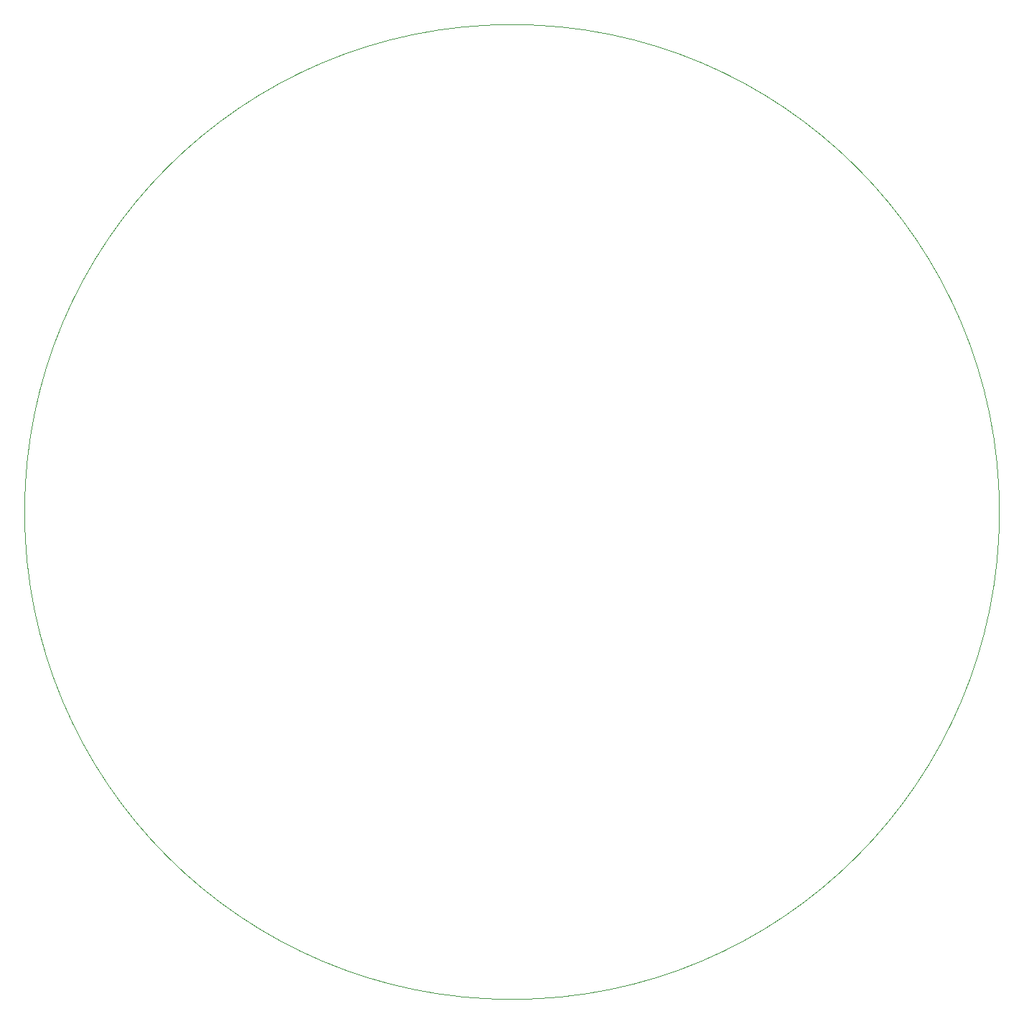
<source format=gbr>
G04 #@! TF.GenerationSoftware,KiCad,Pcbnew,5.1.5+dfsg1-2build2*
G04 #@! TF.CreationDate,2021-03-11T11:45:43+01:00*
G04 #@! TF.ProjectId,Kugel-100mm_Adafruit-3094,4b756765-6c2d-4313-9030-6d6d5f416461,v2.1*
G04 #@! TF.SameCoordinates,Original*
G04 #@! TF.FileFunction,Profile,NP*
%FSLAX46Y46*%
G04 Gerber Fmt 4.6, Leading zero omitted, Abs format (unit mm)*
G04 Created by KiCad (PCBNEW 5.1.5+dfsg1-2build2) date 2021-03-11 11:45:43*
%MOMM*%
%LPD*%
G04 APERTURE LIST*
%ADD10C,0.050000*%
G04 APERTURE END LIST*
D10*
X162520003Y-148990000D02*
G75*
G03X162520003Y-148990000I-57510003J0D01*
G01*
M02*

</source>
